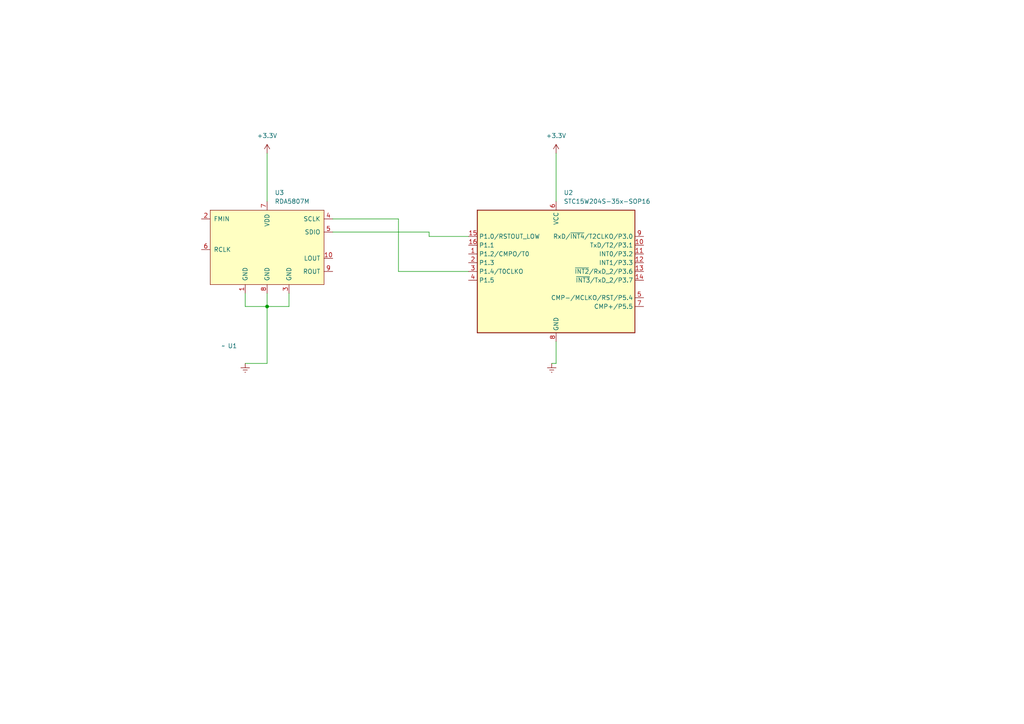
<source format=kicad_sch>
(kicad_sch (version 20230121) (generator eeschema)

  (uuid 28492fcb-ab28-41d4-a6fc-53062638ab4d)

  (paper "A4")

  (title_block
    (title "GhostBox - FM radio scanner")
    (date "2023-09-03")
    (rev "0.1")
  )

  (lib_symbols
    (symbol "Custom_Library:RDA5807M" (in_bom yes) (on_board yes)
      (property "Reference" "U" (at 0 0 0)
        (effects (font (size 1.27 1.27)))
      )
      (property "Value" "" (at 0 0 0)
        (effects (font (size 1.27 1.27)))
      )
      (property "Footprint" "" (at 0 0 0)
        (effects (font (size 1.27 1.27)) hide)
      )
      (property "Datasheet" "" (at 0 0 0)
        (effects (font (size 1.27 1.27)) hide)
      )
    )
    (symbol "MCU_STC:STC15W204S-35x-SOP16" (in_bom yes) (on_board yes)
      (property "Reference" "U" (at -22.86 19.05 0)
        (effects (font (size 1.27 1.27)) (justify left))
      )
      (property "Value" "STC15W204S-35x-SOP16" (at 1.27 19.05 0)
        (effects (font (size 1.27 1.27)) (justify left))
      )
      (property "Footprint" "Package_SO:STC_SOP-16_3.9x9.9mm_P1.27mm" (at 0 -21.59 0)
        (effects (font (size 1.27 1.27)) hide)
      )
      (property "Datasheet" "www.stcmicro.com/datasheet/STC15F2K60S2-en.pdf" (at 0 -19.05 0)
        (effects (font (size 1.27 1.27)) hide)
      )
      (property "ki_keywords" "STC, 8051, microcontroller" (at 0 0 0)
        (effects (font (size 1.27 1.27)) hide)
      )
      (property "ki_description" "Single Chip MCU based on the 8051 architecture, 4KB Flash, 1KB EEPROM, SOP-16" (at 0 0 0)
        (effects (font (size 1.27 1.27)) hide)
      )
      (property "ki_fp_filters" "STC?SOP*3.9x9.9mm*P1.27mm*" (at 0 0 0)
        (effects (font (size 1.27 1.27)) hide)
      )
      (symbol "STC15W204S-35x-SOP16_0_1"
        (rectangle (start -22.86 17.78) (end 22.86 -17.78)
          (stroke (width 0.254) (type default))
          (fill (type background))
        )
      )
      (symbol "STC15W204S-35x-SOP16_1_1"
        (pin bidirectional line (at -25.4 5.08 0) (length 2.54)
          (name "P1.2/CMPO/T0" (effects (font (size 1.27 1.27))))
          (number "1" (effects (font (size 1.27 1.27))))
        )
        (pin bidirectional line (at 25.4 7.62 180) (length 2.54)
          (name "TxD/T2/P3.1" (effects (font (size 1.27 1.27))))
          (number "10" (effects (font (size 1.27 1.27))))
        )
        (pin bidirectional line (at 25.4 5.08 180) (length 2.54)
          (name "INT0/P3.2" (effects (font (size 1.27 1.27))))
          (number "11" (effects (font (size 1.27 1.27))))
        )
        (pin bidirectional line (at 25.4 2.54 180) (length 2.54)
          (name "INT1/P3.3" (effects (font (size 1.27 1.27))))
          (number "12" (effects (font (size 1.27 1.27))))
        )
        (pin bidirectional line (at 25.4 0 180) (length 2.54)
          (name "~{INT2}/RxD_2/P3.6" (effects (font (size 1.27 1.27))))
          (number "13" (effects (font (size 1.27 1.27))))
        )
        (pin bidirectional line (at 25.4 -2.54 180) (length 2.54)
          (name "~{INT3}/TxD_2/P3.7" (effects (font (size 1.27 1.27))))
          (number "14" (effects (font (size 1.27 1.27))))
        )
        (pin bidirectional line (at -25.4 10.16 0) (length 2.54)
          (name "P1.0/RSTOUT_LOW" (effects (font (size 1.27 1.27))))
          (number "15" (effects (font (size 1.27 1.27))))
        )
        (pin bidirectional line (at -25.4 7.62 0) (length 2.54)
          (name "P1.1" (effects (font (size 1.27 1.27))))
          (number "16" (effects (font (size 1.27 1.27))))
        )
        (pin bidirectional line (at -25.4 2.54 0) (length 2.54)
          (name "P1.3" (effects (font (size 1.27 1.27))))
          (number "2" (effects (font (size 1.27 1.27))))
        )
        (pin bidirectional line (at -25.4 0 0) (length 2.54)
          (name "P1.4/T0CLKO" (effects (font (size 1.27 1.27))))
          (number "3" (effects (font (size 1.27 1.27))))
        )
        (pin bidirectional line (at -25.4 -2.54 0) (length 2.54)
          (name "P1.5" (effects (font (size 1.27 1.27))))
          (number "4" (effects (font (size 1.27 1.27))))
        )
        (pin bidirectional line (at 25.4 -7.62 180) (length 2.54)
          (name "CMP-/MCLKO/RST/P5.4" (effects (font (size 1.27 1.27))))
          (number "5" (effects (font (size 1.27 1.27))))
        )
        (pin power_in line (at 0 20.32 270) (length 2.54)
          (name "VCC" (effects (font (size 1.27 1.27))))
          (number "6" (effects (font (size 1.27 1.27))))
        )
        (pin bidirectional line (at 25.4 -10.16 180) (length 2.54)
          (name "CMP+/P5.5" (effects (font (size 1.27 1.27))))
          (number "7" (effects (font (size 1.27 1.27))))
        )
        (pin power_in line (at 0 -20.32 90) (length 2.54)
          (name "GND" (effects (font (size 1.27 1.27))))
          (number "8" (effects (font (size 1.27 1.27))))
        )
        (pin bidirectional line (at 25.4 10.16 180) (length 2.54)
          (name "RxD/~{INT4}/T2CLKO/P3.0" (effects (font (size 1.27 1.27))))
          (number "9" (effects (font (size 1.27 1.27))))
        )
      )
    )
    (symbol "RDA5807M_1" (pin_names (offset 1.016)) (in_bom yes) (on_board yes)
      (property "Reference" "U202" (at 17.78 16.51 0)
        (effects (font (size 1.27 1.27)))
      )
      (property "Value" "RDA5807M" (at 17.78 13.97 0)
        (effects (font (size 1.27 1.27)))
      )
      (property "Footprint" "Package_SO:MSOP-10_3x3mm_P0.5mm" (at 0 0 0)
        (effects (font (size 1.27 1.27)) hide)
      )
      (property "Datasheet" "https://datasheet.lcsc.com/szlcsc/1903041501_RDA-Microelectronics-RDA5807M_C82537.pdf" (at 0 0 0)
        (effects (font (size 1.27 1.27)) hide)
      )
      (property "ki_description" "Single-chip broadcast FM stereo radio tuner" (at 0 0 0)
        (effects (font (size 1.27 1.27)) hide)
      )
      (symbol "RDA5807M_1_0_1"
        (rectangle (start -10.16 11.43) (end 22.86 -10.16)
          (stroke (width 0) (type solid))
          (fill (type background))
        )
      )
      (symbol "RDA5807M_1_1_1"
        (pin power_out line (at 0 -12.7 90) (length 2.54)
          (name "GND" (effects (font (size 1.27 1.27))))
          (number "1" (effects (font (size 1.27 1.27))))
        )
        (pin output line (at 25.4 -2.54 180) (length 2.54)
          (name "LOUT" (effects (font (size 1.27 1.27))))
          (number "10" (effects (font (size 1.27 1.27))))
        )
        (pin input line (at -12.7 8.89 0) (length 2.54)
          (name "FMIN" (effects (font (size 1.27 1.27))))
          (number "2" (effects (font (size 1.27 1.27))))
        )
        (pin power_out line (at 12.7 -12.7 90) (length 2.54)
          (name "GND" (effects (font (size 1.27 1.27))))
          (number "3" (effects (font (size 1.27 1.27))))
        )
        (pin input line (at 25.4 8.89 180) (length 2.54)
          (name "SCLK" (effects (font (size 1.27 1.27))))
          (number "4" (effects (font (size 1.27 1.27))))
        )
        (pin bidirectional line (at 25.4 5.08 180) (length 2.54)
          (name "SDIO" (effects (font (size 1.27 1.27))))
          (number "5" (effects (font (size 1.27 1.27))))
        )
        (pin input line (at -12.7 0 0) (length 2.54)
          (name "RCLK" (effects (font (size 1.27 1.27))))
          (number "6" (effects (font (size 1.27 1.27))))
        )
        (pin power_in line (at 6.35 13.97 270) (length 2.54)
          (name "VDD" (effects (font (size 1.27 1.27))))
          (number "7" (effects (font (size 1.27 1.27))))
        )
        (pin power_out line (at 6.35 -12.7 90) (length 2.54)
          (name "GND" (effects (font (size 1.27 1.27))))
          (number "8" (effects (font (size 1.27 1.27))))
        )
        (pin output line (at 25.4 -6.35 180) (length 2.54)
          (name "ROUT" (effects (font (size 1.27 1.27))))
          (number "9" (effects (font (size 1.27 1.27))))
        )
      )
    )
    (symbol "power:+3.3V" (power) (pin_names (offset 0)) (in_bom yes) (on_board yes)
      (property "Reference" "#PWR" (at 0 -3.81 0)
        (effects (font (size 1.27 1.27)) hide)
      )
      (property "Value" "+3.3V" (at 0 3.556 0)
        (effects (font (size 1.27 1.27)))
      )
      (property "Footprint" "" (at 0 0 0)
        (effects (font (size 1.27 1.27)) hide)
      )
      (property "Datasheet" "" (at 0 0 0)
        (effects (font (size 1.27 1.27)) hide)
      )
      (property "ki_keywords" "global power" (at 0 0 0)
        (effects (font (size 1.27 1.27)) hide)
      )
      (property "ki_description" "Power symbol creates a global label with name \"+3.3V\"" (at 0 0 0)
        (effects (font (size 1.27 1.27)) hide)
      )
      (symbol "+3.3V_0_1"
        (polyline
          (pts
            (xy -0.762 1.27)
            (xy 0 2.54)
          )
          (stroke (width 0) (type default))
          (fill (type none))
        )
        (polyline
          (pts
            (xy 0 0)
            (xy 0 2.54)
          )
          (stroke (width 0) (type default))
          (fill (type none))
        )
        (polyline
          (pts
            (xy 0 2.54)
            (xy 0.762 1.27)
          )
          (stroke (width 0) (type default))
          (fill (type none))
        )
      )
      (symbol "+3.3V_1_1"
        (pin power_in line (at 0 0 90) (length 0) hide
          (name "+3.3V" (effects (font (size 1.27 1.27))))
          (number "1" (effects (font (size 1.27 1.27))))
        )
      )
    )
    (symbol "power:Earth" (power) (pin_names (offset 0)) (in_bom yes) (on_board yes)
      (property "Reference" "#PWR" (at 0 -6.35 0)
        (effects (font (size 1.27 1.27)) hide)
      )
      (property "Value" "Earth" (at 0 -3.81 0)
        (effects (font (size 1.27 1.27)) hide)
      )
      (property "Footprint" "" (at 0 0 0)
        (effects (font (size 1.27 1.27)) hide)
      )
      (property "Datasheet" "~" (at 0 0 0)
        (effects (font (size 1.27 1.27)) hide)
      )
      (property "ki_keywords" "global ground gnd" (at 0 0 0)
        (effects (font (size 1.27 1.27)) hide)
      )
      (property "ki_description" "Power symbol creates a global label with name \"Earth\"" (at 0 0 0)
        (effects (font (size 1.27 1.27)) hide)
      )
      (symbol "Earth_0_1"
        (polyline
          (pts
            (xy -0.635 -1.905)
            (xy 0.635 -1.905)
          )
          (stroke (width 0) (type default))
          (fill (type none))
        )
        (polyline
          (pts
            (xy -0.127 -2.54)
            (xy 0.127 -2.54)
          )
          (stroke (width 0) (type default))
          (fill (type none))
        )
        (polyline
          (pts
            (xy 0 -1.27)
            (xy 0 0)
          )
          (stroke (width 0) (type default))
          (fill (type none))
        )
        (polyline
          (pts
            (xy 1.27 -1.27)
            (xy -1.27 -1.27)
          )
          (stroke (width 0) (type default))
          (fill (type none))
        )
      )
      (symbol "Earth_1_1"
        (pin power_in line (at 0 0 270) (length 0) hide
          (name "Earth" (effects (font (size 1.27 1.27))))
          (number "1" (effects (font (size 1.27 1.27))))
        )
      )
    )
  )

  (junction (at 77.47 88.9) (diameter 0) (color 0 0 0 0)
    (uuid b757a393-4dad-4c55-8ed3-2479f26ccdc6)
  )

  (wire (pts (xy 124.46 68.58) (xy 135.89 68.58))
    (stroke (width 0) (type default))
    (uuid 056992b1-2179-44cb-a79a-ca47ce259e2c)
  )
  (wire (pts (xy 83.82 85.09) (xy 83.82 88.9))
    (stroke (width 0) (type default))
    (uuid 0729eaac-1413-4ddb-81da-c1c7c5b3a500)
  )
  (wire (pts (xy 77.47 105.41) (xy 71.12 105.41))
    (stroke (width 0) (type default))
    (uuid 0dfd120b-8f1f-44ec-b6b9-c0fed9a06d09)
  )
  (wire (pts (xy 161.29 105.41) (xy 160.02 105.41))
    (stroke (width 0) (type default))
    (uuid 0ed236c5-2478-4957-a34a-9a92f602cd51)
  )
  (wire (pts (xy 115.57 63.5) (xy 115.57 78.74))
    (stroke (width 0) (type default))
    (uuid 427b5c2f-ed07-4608-b544-cd5826a81312)
  )
  (wire (pts (xy 96.52 67.31) (xy 124.46 67.31))
    (stroke (width 0) (type default))
    (uuid 4de05147-b982-42d0-9d54-9cf791175a5f)
  )
  (wire (pts (xy 115.57 78.74) (xy 135.89 78.74))
    (stroke (width 0) (type default))
    (uuid 61f5f484-ebc8-440f-b84b-a522511cd2dc)
  )
  (wire (pts (xy 96.52 63.5) (xy 115.57 63.5))
    (stroke (width 0) (type default))
    (uuid 658a26d8-f662-485b-a7d9-3618a3112c15)
  )
  (wire (pts (xy 77.47 88.9) (xy 77.47 105.41))
    (stroke (width 0) (type default))
    (uuid 66908a14-0734-4130-be6f-d3a79aa10dc7)
  )
  (wire (pts (xy 124.46 67.31) (xy 124.46 68.58))
    (stroke (width 0) (type default))
    (uuid 6cbb7799-e6a6-4365-bd93-2b97544f6e7d)
  )
  (wire (pts (xy 77.47 44.45) (xy 77.47 58.42))
    (stroke (width 0) (type default))
    (uuid 7b57559d-d807-4541-9b65-22c657cc85b1)
  )
  (wire (pts (xy 77.47 85.09) (xy 77.47 88.9))
    (stroke (width 0) (type default))
    (uuid 7f473af6-6587-42ae-86ec-13323826c055)
  )
  (wire (pts (xy 71.12 88.9) (xy 77.47 88.9))
    (stroke (width 0) (type default))
    (uuid 9ff7bf4b-f483-4058-8623-08a31f619fd5)
  )
  (wire (pts (xy 161.29 99.06) (xy 161.29 105.41))
    (stroke (width 0) (type default))
    (uuid ba1a8ac0-5766-47b6-a020-21dbff8c0398)
  )
  (wire (pts (xy 161.29 44.45) (xy 161.29 58.42))
    (stroke (width 0) (type default))
    (uuid dc5853eb-c19a-4820-9773-579410a9dc7b)
  )
  (wire (pts (xy 83.82 88.9) (xy 77.47 88.9))
    (stroke (width 0) (type default))
    (uuid dd5b2d48-d6e1-4767-ad4f-52f24f8af160)
  )
  (wire (pts (xy 71.12 85.09) (xy 71.12 88.9))
    (stroke (width 0) (type default))
    (uuid f54d94b6-03ba-4928-acac-6a7dfb5eb44e)
  )

  (symbol (lib_id "power:Earth") (at 160.02 105.41 0) (unit 1)
    (in_bom yes) (on_board yes) (dnp no) (fields_autoplaced)
    (uuid 19ed5d06-42ac-4b02-ada1-c5bd99b51bdc)
    (property "Reference" "#PWR02" (at 160.02 111.76 0)
      (effects (font (size 1.27 1.27)) hide)
    )
    (property "Value" "Earth" (at 160.02 109.22 0)
      (effects (font (size 1.27 1.27)) hide)
    )
    (property "Footprint" "" (at 160.02 105.41 0)
      (effects (font (size 1.27 1.27)) hide)
    )
    (property "Datasheet" "~" (at 160.02 105.41 0)
      (effects (font (size 1.27 1.27)) hide)
    )
    (pin "1" (uuid a43a19e7-7201-4222-afec-290300fc77ed))
    (instances
      (project "GhostBox"
        (path "/28492fcb-ab28-41d4-a6fc-53062638ab4d"
          (reference "#PWR02") (unit 1)
        )
      )
    )
  )

  (symbol (lib_id "power:+3.3V") (at 77.47 44.45 0) (unit 1)
    (in_bom yes) (on_board yes) (dnp no) (fields_autoplaced)
    (uuid 1fdc4760-7a4d-4cd3-a541-7a6fea604bcd)
    (property "Reference" "#PWR03" (at 77.47 48.26 0)
      (effects (font (size 1.27 1.27)) hide)
    )
    (property "Value" "+3.3V" (at 77.47 39.37 0)
      (effects (font (size 1.27 1.27)))
    )
    (property "Footprint" "" (at 77.47 44.45 0)
      (effects (font (size 1.27 1.27)) hide)
    )
    (property "Datasheet" "" (at 77.47 44.45 0)
      (effects (font (size 1.27 1.27)) hide)
    )
    (pin "1" (uuid 661fbfca-5732-42c3-8b54-32774956876f))
    (instances
      (project "GhostBox"
        (path "/28492fcb-ab28-41d4-a6fc-53062638ab4d"
          (reference "#PWR03") (unit 1)
        )
      )
    )
  )

  (symbol (lib_id "Custom_Library:RDA5807M") (at 64.77 100.33 0) (unit 1)
    (in_bom yes) (on_board yes) (dnp no) (fields_autoplaced)
    (uuid 26903642-3804-4361-b5e8-627715d43601)
    (property "Reference" "U1" (at 66.04 100.33 0)
      (effects (font (size 1.27 1.27)) (justify left))
    )
    (property "Value" "~" (at 64.77 100.33 0)
      (effects (font (size 1.27 1.27)))
    )
    (property "Footprint" "" (at 64.77 100.33 0)
      (effects (font (size 1.27 1.27)) hide)
    )
    (property "Datasheet" "" (at 64.77 100.33 0)
      (effects (font (size 1.27 1.27)) hide)
    )
    (instances
      (project "GhostBox"
        (path "/28492fcb-ab28-41d4-a6fc-53062638ab4d"
          (reference "U1") (unit 1)
        )
      )
    )
  )

  (symbol (lib_id "power:+3.3V") (at 161.29 44.45 0) (unit 1)
    (in_bom yes) (on_board yes) (dnp no) (fields_autoplaced)
    (uuid 29bdd21c-8bad-4904-8fe6-eae7218b7586)
    (property "Reference" "#PWR04" (at 161.29 48.26 0)
      (effects (font (size 1.27 1.27)) hide)
    )
    (property "Value" "+3.3V" (at 161.29 39.37 0)
      (effects (font (size 1.27 1.27)))
    )
    (property "Footprint" "" (at 161.29 44.45 0)
      (effects (font (size 1.27 1.27)) hide)
    )
    (property "Datasheet" "" (at 161.29 44.45 0)
      (effects (font (size 1.27 1.27)) hide)
    )
    (pin "1" (uuid 63476c6e-8354-417f-a784-426866bcdd3b))
    (instances
      (project "GhostBox"
        (path "/28492fcb-ab28-41d4-a6fc-53062638ab4d"
          (reference "#PWR04") (unit 1)
        )
      )
    )
  )

  (symbol (lib_id "MCU_STC:STC15W204S-35x-SOP16") (at 161.29 78.74 0) (unit 1)
    (in_bom yes) (on_board yes) (dnp no) (fields_autoplaced)
    (uuid 8204c4bb-fac6-4cc0-b832-b636eaba101e)
    (property "Reference" "U2" (at 163.4841 55.88 0)
      (effects (font (size 1.27 1.27)) (justify left))
    )
    (property "Value" "STC15W204S-35x-SOP16" (at 163.4841 58.42 0)
      (effects (font (size 1.27 1.27)) (justify left))
    )
    (property "Footprint" "Package_SO:STC_SOP-16_3.9x9.9mm_P1.27mm" (at 161.29 100.33 0)
      (effects (font (size 1.27 1.27)) hide)
    )
    (property "Datasheet" "www.stcmicro.com/datasheet/STC15F2K60S2-en.pdf" (at 161.29 97.79 0)
      (effects (font (size 1.27 1.27)) hide)
    )
    (pin "1" (uuid a1420041-4bca-4153-87df-52cb2398d668))
    (pin "10" (uuid bc86f6ac-666e-46a4-b350-bfa76d989deb))
    (pin "11" (uuid cac25961-7e59-4f66-ba40-387d106e853b))
    (pin "12" (uuid b5374e1c-73af-448f-9725-c5d2c228409a))
    (pin "13" (uuid 80d9d5d2-5b5e-4054-9563-0e1f639b637e))
    (pin "14" (uuid 55f0c63b-e897-473a-a1ce-38508747597f))
    (pin "15" (uuid 64d7d6bf-3609-40cd-9c54-d6113a244ec2))
    (pin "16" (uuid 1c7d10dc-f0bf-4e81-9ff9-5c2302fdc769))
    (pin "2" (uuid 66a37a9a-0a05-4337-b9d6-a7c0539fa9a8))
    (pin "3" (uuid 797fcc68-9e97-47da-b360-d8f0809a31f8))
    (pin "4" (uuid 6f1e5f92-7c94-4703-b85e-1c09766cb5e6))
    (pin "5" (uuid de0fdf8d-5c8d-4c0b-a92b-14147e4fd04d))
    (pin "6" (uuid 58120e49-77a1-43ce-be38-c8a5dbe258c7))
    (pin "7" (uuid 43500291-0571-4882-be9e-32ad66cd926a))
    (pin "8" (uuid cf5386c7-54d2-4a59-9459-043ba672029f))
    (pin "9" (uuid 351a6ff3-5c65-48c7-977c-a355bf890974))
    (instances
      (project "GhostBox"
        (path "/28492fcb-ab28-41d4-a6fc-53062638ab4d"
          (reference "U2") (unit 1)
        )
      )
    )
  )

  (symbol (lib_name "RDA5807M_1") (lib_id "Custom_Library:RDA5807M") (at 71.12 72.39 0) (unit 1)
    (in_bom yes) (on_board yes) (dnp no) (fields_autoplaced)
    (uuid abd0dac8-edaf-4eed-9e28-48c110f60a14)
    (property "Reference" "U3" (at 79.6641 55.88 0)
      (effects (font (size 1.27 1.27)) (justify left))
    )
    (property "Value" "RDA5807M" (at 79.6641 58.42 0)
      (effects (font (size 1.27 1.27)) (justify left))
    )
    (property "Footprint" "Package_SO:MSOP-10_3x3mm_P0.5mm" (at 71.12 72.39 0)
      (effects (font (size 1.27 1.27)) hide)
    )
    (property "Datasheet" "https://datasheet.lcsc.com/szlcsc/1903041501_RDA-Microelectronics-RDA5807M_C82537.pdf" (at 71.12 72.39 0)
      (effects (font (size 1.27 1.27)) hide)
    )
    (pin "1" (uuid c4ed93a0-806b-4ee9-bb48-eab5f7fccd3a))
    (pin "10" (uuid 6d99b341-edef-48a1-9e79-9303d6b7d22c))
    (pin "2" (uuid c99a3bc2-1a81-4463-bff6-f6ef06bae5e2))
    (pin "3" (uuid 4dc09c22-5039-4d4d-a03e-e701a9b5e8d4))
    (pin "4" (uuid 2ff19c32-4ce4-4b2a-a2ef-010f54160c75))
    (pin "5" (uuid 97b01068-44d2-41bf-9904-3a0dc1efd474))
    (pin "6" (uuid 6af0fd19-c6da-4625-a174-c73efc30fae4))
    (pin "7" (uuid c42e3d08-01cd-4bfc-80a2-cd50e10b4b82))
    (pin "8" (uuid 4071f2dd-55e5-43c0-8342-8c8e89df5b8e))
    (pin "9" (uuid a72e1aca-6f3c-46e1-8134-5d130fd9b0e5))
    (instances
      (project "GhostBox"
        (path "/28492fcb-ab28-41d4-a6fc-53062638ab4d"
          (reference "U3") (unit 1)
        )
      )
    )
  )

  (symbol (lib_id "power:Earth") (at 71.12 105.41 0) (unit 1)
    (in_bom yes) (on_board yes) (dnp no) (fields_autoplaced)
    (uuid d025c378-8f1a-4c93-ab7d-194cec189b71)
    (property "Reference" "#PWR01" (at 71.12 111.76 0)
      (effects (font (size 1.27 1.27)) hide)
    )
    (property "Value" "Earth" (at 71.12 109.22 0)
      (effects (font (size 1.27 1.27)) hide)
    )
    (property "Footprint" "" (at 71.12 105.41 0)
      (effects (font (size 1.27 1.27)) hide)
    )
    (property "Datasheet" "~" (at 71.12 105.41 0)
      (effects (font (size 1.27 1.27)) hide)
    )
    (pin "1" (uuid 9f1e4f32-4af7-49df-8df3-e3726d43da4a))
    (instances
      (project "GhostBox"
        (path "/28492fcb-ab28-41d4-a6fc-53062638ab4d"
          (reference "#PWR01") (unit 1)
        )
      )
    )
  )

  (sheet_instances
    (path "/" (page "1"))
  )
)

</source>
